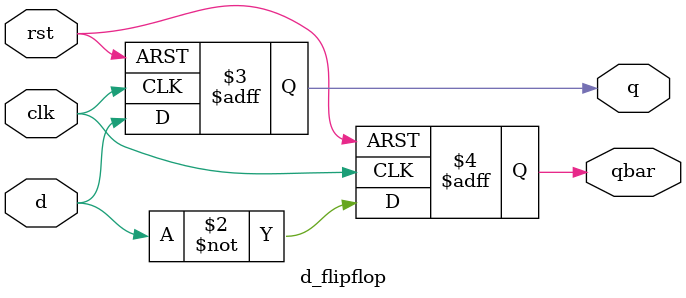
<source format=v>
module d_flipflop(
input d,
input clk,rst,
output reg q,qbar
);
always @(posedge clk or posedge rst) begin 
if(rst) begin
  q<=1'b0;
  qbar<=1'b1;
end
else begin
  q<=d;
  qbar<=~d;
end
end
endmodule

</source>
